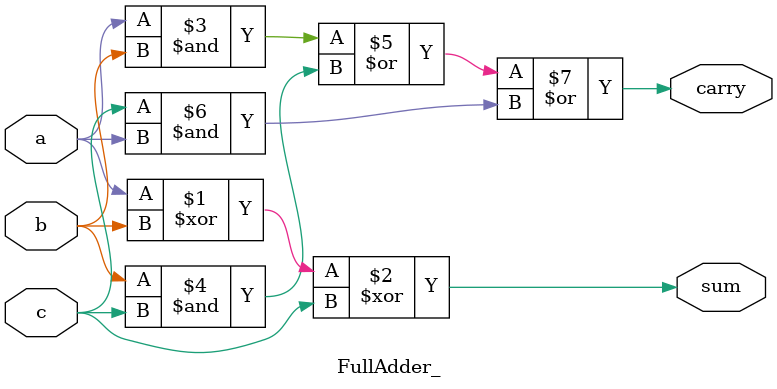
<source format=v>
`timescale 1ns / 1ps
module FullAdder_(a, b, c, sum, carry);
	input a, b, c;
	output sum, carry;
	assign sum = a ^ b ^ c;
	assign carry = (a & b) | (b & c) | (c & a);
endmodule

</source>
